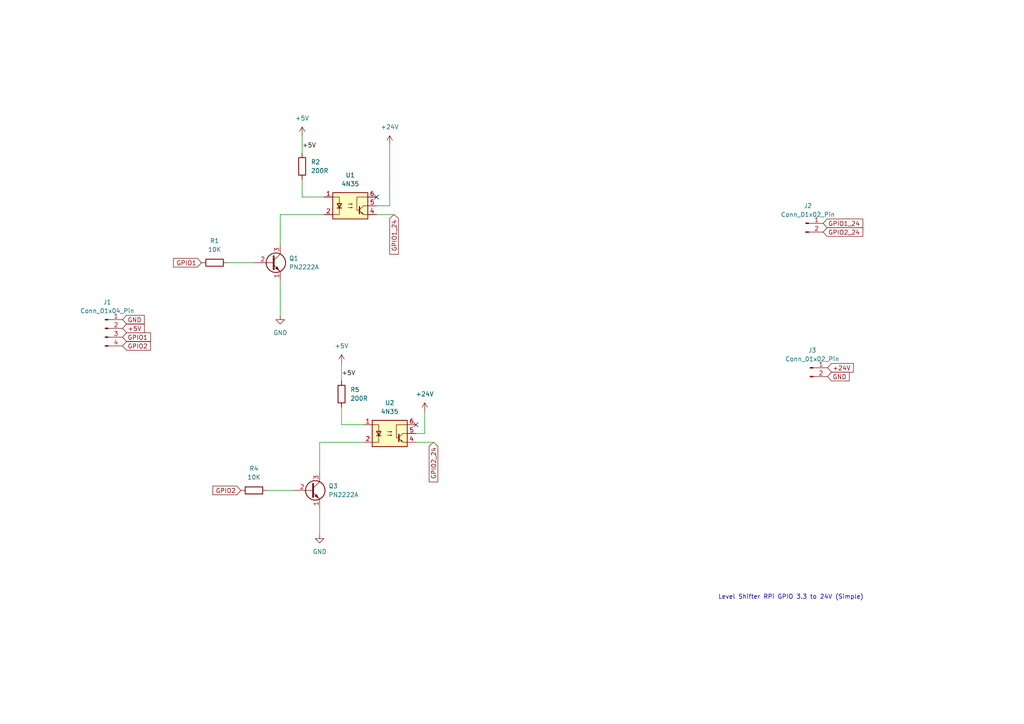
<source format=kicad_sch>
(kicad_sch (version 20230121) (generator eeschema)

  (uuid 493eb3bd-a4a0-4525-890a-520ea5e9c1d9)

  (paper "A4")

  (lib_symbols
    (symbol "Connector:Conn_01x02_Pin" (pin_names (offset 1.016) hide) (in_bom yes) (on_board yes)
      (property "Reference" "J" (at 0 2.54 0)
        (effects (font (size 1.27 1.27)))
      )
      (property "Value" "Conn_01x02_Pin" (at 0 -5.08 0)
        (effects (font (size 1.27 1.27)))
      )
      (property "Footprint" "" (at 0 0 0)
        (effects (font (size 1.27 1.27)) hide)
      )
      (property "Datasheet" "~" (at 0 0 0)
        (effects (font (size 1.27 1.27)) hide)
      )
      (property "ki_locked" "" (at 0 0 0)
        (effects (font (size 1.27 1.27)))
      )
      (property "ki_keywords" "connector" (at 0 0 0)
        (effects (font (size 1.27 1.27)) hide)
      )
      (property "ki_description" "Generic connector, single row, 01x02, script generated" (at 0 0 0)
        (effects (font (size 1.27 1.27)) hide)
      )
      (property "ki_fp_filters" "Connector*:*_1x??_*" (at 0 0 0)
        (effects (font (size 1.27 1.27)) hide)
      )
      (symbol "Conn_01x02_Pin_1_1"
        (polyline
          (pts
            (xy 1.27 -2.54)
            (xy 0.8636 -2.54)
          )
          (stroke (width 0.1524) (type default))
          (fill (type none))
        )
        (polyline
          (pts
            (xy 1.27 0)
            (xy 0.8636 0)
          )
          (stroke (width 0.1524) (type default))
          (fill (type none))
        )
        (rectangle (start 0.8636 -2.413) (end 0 -2.667)
          (stroke (width 0.1524) (type default))
          (fill (type outline))
        )
        (rectangle (start 0.8636 0.127) (end 0 -0.127)
          (stroke (width 0.1524) (type default))
          (fill (type outline))
        )
        (pin passive line (at 5.08 0 180) (length 3.81)
          (name "Pin_1" (effects (font (size 1.27 1.27))))
          (number "1" (effects (font (size 1.27 1.27))))
        )
        (pin passive line (at 5.08 -2.54 180) (length 3.81)
          (name "Pin_2" (effects (font (size 1.27 1.27))))
          (number "2" (effects (font (size 1.27 1.27))))
        )
      )
    )
    (symbol "Connector:Conn_01x04_Pin" (pin_names (offset 1.016) hide) (in_bom yes) (on_board yes)
      (property "Reference" "J" (at 0 5.08 0)
        (effects (font (size 1.27 1.27)))
      )
      (property "Value" "Conn_01x04_Pin" (at 0 -7.62 0)
        (effects (font (size 1.27 1.27)))
      )
      (property "Footprint" "" (at 0 0 0)
        (effects (font (size 1.27 1.27)) hide)
      )
      (property "Datasheet" "~" (at 0 0 0)
        (effects (font (size 1.27 1.27)) hide)
      )
      (property "ki_locked" "" (at 0 0 0)
        (effects (font (size 1.27 1.27)))
      )
      (property "ki_keywords" "connector" (at 0 0 0)
        (effects (font (size 1.27 1.27)) hide)
      )
      (property "ki_description" "Generic connector, single row, 01x04, script generated" (at 0 0 0)
        (effects (font (size 1.27 1.27)) hide)
      )
      (property "ki_fp_filters" "Connector*:*_1x??_*" (at 0 0 0)
        (effects (font (size 1.27 1.27)) hide)
      )
      (symbol "Conn_01x04_Pin_1_1"
        (polyline
          (pts
            (xy 1.27 -5.08)
            (xy 0.8636 -5.08)
          )
          (stroke (width 0.1524) (type default))
          (fill (type none))
        )
        (polyline
          (pts
            (xy 1.27 -2.54)
            (xy 0.8636 -2.54)
          )
          (stroke (width 0.1524) (type default))
          (fill (type none))
        )
        (polyline
          (pts
            (xy 1.27 0)
            (xy 0.8636 0)
          )
          (stroke (width 0.1524) (type default))
          (fill (type none))
        )
        (polyline
          (pts
            (xy 1.27 2.54)
            (xy 0.8636 2.54)
          )
          (stroke (width 0.1524) (type default))
          (fill (type none))
        )
        (rectangle (start 0.8636 -4.953) (end 0 -5.207)
          (stroke (width 0.1524) (type default))
          (fill (type outline))
        )
        (rectangle (start 0.8636 -2.413) (end 0 -2.667)
          (stroke (width 0.1524) (type default))
          (fill (type outline))
        )
        (rectangle (start 0.8636 0.127) (end 0 -0.127)
          (stroke (width 0.1524) (type default))
          (fill (type outline))
        )
        (rectangle (start 0.8636 2.667) (end 0 2.413)
          (stroke (width 0.1524) (type default))
          (fill (type outline))
        )
        (pin passive line (at 5.08 2.54 180) (length 3.81)
          (name "Pin_1" (effects (font (size 1.27 1.27))))
          (number "1" (effects (font (size 1.27 1.27))))
        )
        (pin passive line (at 5.08 0 180) (length 3.81)
          (name "Pin_2" (effects (font (size 1.27 1.27))))
          (number "2" (effects (font (size 1.27 1.27))))
        )
        (pin passive line (at 5.08 -2.54 180) (length 3.81)
          (name "Pin_3" (effects (font (size 1.27 1.27))))
          (number "3" (effects (font (size 1.27 1.27))))
        )
        (pin passive line (at 5.08 -5.08 180) (length 3.81)
          (name "Pin_4" (effects (font (size 1.27 1.27))))
          (number "4" (effects (font (size 1.27 1.27))))
        )
      )
    )
    (symbol "Device:R" (pin_numbers hide) (pin_names (offset 0)) (in_bom yes) (on_board yes)
      (property "Reference" "R" (at 2.032 0 90)
        (effects (font (size 1.27 1.27)))
      )
      (property "Value" "R" (at 0 0 90)
        (effects (font (size 1.27 1.27)))
      )
      (property "Footprint" "" (at -1.778 0 90)
        (effects (font (size 1.27 1.27)) hide)
      )
      (property "Datasheet" "~" (at 0 0 0)
        (effects (font (size 1.27 1.27)) hide)
      )
      (property "ki_keywords" "R res resistor" (at 0 0 0)
        (effects (font (size 1.27 1.27)) hide)
      )
      (property "ki_description" "Resistor" (at 0 0 0)
        (effects (font (size 1.27 1.27)) hide)
      )
      (property "ki_fp_filters" "R_*" (at 0 0 0)
        (effects (font (size 1.27 1.27)) hide)
      )
      (symbol "R_0_1"
        (rectangle (start -1.016 -2.54) (end 1.016 2.54)
          (stroke (width 0.254) (type default))
          (fill (type none))
        )
      )
      (symbol "R_1_1"
        (pin passive line (at 0 3.81 270) (length 1.27)
          (name "~" (effects (font (size 1.27 1.27))))
          (number "1" (effects (font (size 1.27 1.27))))
        )
        (pin passive line (at 0 -3.81 90) (length 1.27)
          (name "~" (effects (font (size 1.27 1.27))))
          (number "2" (effects (font (size 1.27 1.27))))
        )
      )
    )
    (symbol "Isolator:4N35" (pin_names (offset 1.016)) (in_bom yes) (on_board yes)
      (property "Reference" "U" (at -5.08 5.08 0)
        (effects (font (size 1.27 1.27)) (justify left))
      )
      (property "Value" "4N35" (at 0 5.08 0)
        (effects (font (size 1.27 1.27)) (justify left))
      )
      (property "Footprint" "Package_DIP:DIP-6_W7.62mm" (at -5.08 -5.08 0)
        (effects (font (size 1.27 1.27) italic) (justify left) hide)
      )
      (property "Datasheet" "https://www.vishay.com/docs/81181/4n35.pdf" (at 0 0 0)
        (effects (font (size 1.27 1.27)) (justify left) hide)
      )
      (property "ki_keywords" "NPN DC Optocoupler Base Connected" (at 0 0 0)
        (effects (font (size 1.27 1.27)) hide)
      )
      (property "ki_description" "Optocoupler, Phototransistor Output, with Base Connection, Vce 70V, CTR 100%, Viso 5000V, DIP6" (at 0 0 0)
        (effects (font (size 1.27 1.27)) hide)
      )
      (property "ki_fp_filters" "DIP*W7.62mm*" (at 0 0 0)
        (effects (font (size 1.27 1.27)) hide)
      )
      (symbol "4N35_0_1"
        (rectangle (start -5.08 3.81) (end 5.08 -3.81)
          (stroke (width 0.254) (type default))
          (fill (type background))
        )
        (polyline
          (pts
            (xy -3.81 -0.635)
            (xy -2.54 -0.635)
          )
          (stroke (width 0.254) (type default))
          (fill (type none))
        )
        (polyline
          (pts
            (xy 2.667 -1.397)
            (xy 3.81 -2.54)
          )
          (stroke (width 0) (type default))
          (fill (type none))
        )
        (polyline
          (pts
            (xy 2.667 -1.143)
            (xy 3.81 0)
          )
          (stroke (width 0) (type default))
          (fill (type none))
        )
        (polyline
          (pts
            (xy 3.81 -2.54)
            (xy 5.08 -2.54)
          )
          (stroke (width 0) (type default))
          (fill (type none))
        )
        (polyline
          (pts
            (xy 3.81 0)
            (xy 5.08 0)
          )
          (stroke (width 0) (type default))
          (fill (type none))
        )
        (polyline
          (pts
            (xy 2.667 -0.254)
            (xy 2.667 -2.286)
            (xy 2.667 -2.286)
          )
          (stroke (width 0.3556) (type default))
          (fill (type none))
        )
        (polyline
          (pts
            (xy -5.08 -2.54)
            (xy -3.175 -2.54)
            (xy -3.175 2.54)
            (xy -5.08 2.54)
          )
          (stroke (width 0) (type default))
          (fill (type none))
        )
        (polyline
          (pts
            (xy -3.175 -0.635)
            (xy -3.81 0.635)
            (xy -2.54 0.635)
            (xy -3.175 -0.635)
          )
          (stroke (width 0.254) (type default))
          (fill (type none))
        )
        (polyline
          (pts
            (xy 3.683 -2.413)
            (xy 3.429 -1.905)
            (xy 3.175 -2.159)
            (xy 3.683 -2.413)
          )
          (stroke (width 0) (type default))
          (fill (type none))
        )
        (polyline
          (pts
            (xy 5.08 2.54)
            (xy 1.905 2.54)
            (xy 1.905 -1.27)
            (xy 2.54 -1.27)
          )
          (stroke (width 0) (type default))
          (fill (type none))
        )
        (polyline
          (pts
            (xy -0.635 -0.508)
            (xy 0.635 -0.508)
            (xy 0.254 -0.635)
            (xy 0.254 -0.381)
            (xy 0.635 -0.508)
          )
          (stroke (width 0) (type default))
          (fill (type none))
        )
        (polyline
          (pts
            (xy -0.635 0.508)
            (xy 0.635 0.508)
            (xy 0.254 0.381)
            (xy 0.254 0.635)
            (xy 0.635 0.508)
          )
          (stroke (width 0) (type default))
          (fill (type none))
        )
      )
      (symbol "4N35_1_1"
        (pin passive line (at -7.62 2.54 0) (length 2.54)
          (name "~" (effects (font (size 1.27 1.27))))
          (number "1" (effects (font (size 1.27 1.27))))
        )
        (pin passive line (at -7.62 -2.54 0) (length 2.54)
          (name "~" (effects (font (size 1.27 1.27))))
          (number "2" (effects (font (size 1.27 1.27))))
        )
        (pin no_connect line (at -5.08 0 0) (length 2.54) hide
          (name "NC" (effects (font (size 1.27 1.27))))
          (number "3" (effects (font (size 1.27 1.27))))
        )
        (pin passive line (at 7.62 -2.54 180) (length 2.54)
          (name "~" (effects (font (size 1.27 1.27))))
          (number "4" (effects (font (size 1.27 1.27))))
        )
        (pin passive line (at 7.62 0 180) (length 2.54)
          (name "~" (effects (font (size 1.27 1.27))))
          (number "5" (effects (font (size 1.27 1.27))))
        )
        (pin passive line (at 7.62 2.54 180) (length 2.54)
          (name "~" (effects (font (size 1.27 1.27))))
          (number "6" (effects (font (size 1.27 1.27))))
        )
      )
    )
    (symbol "Transistor_BJT:PN2222A" (pin_names (offset 0) hide) (in_bom yes) (on_board yes)
      (property "Reference" "Q" (at 5.08 1.905 0)
        (effects (font (size 1.27 1.27)) (justify left))
      )
      (property "Value" "PN2222A" (at 5.08 0 0)
        (effects (font (size 1.27 1.27)) (justify left))
      )
      (property "Footprint" "Package_TO_SOT_THT:TO-92_Inline" (at 5.08 -1.905 0)
        (effects (font (size 1.27 1.27) italic) (justify left) hide)
      )
      (property "Datasheet" "https://www.onsemi.com/pub/Collateral/PN2222-D.PDF" (at 0 0 0)
        (effects (font (size 1.27 1.27)) (justify left) hide)
      )
      (property "ki_keywords" "NPN Transistor" (at 0 0 0)
        (effects (font (size 1.27 1.27)) hide)
      )
      (property "ki_description" "1A Ic, 40V Vce, NPN Transistor, General Purpose Transistor, TO-92" (at 0 0 0)
        (effects (font (size 1.27 1.27)) hide)
      )
      (property "ki_fp_filters" "TO?92*" (at 0 0 0)
        (effects (font (size 1.27 1.27)) hide)
      )
      (symbol "PN2222A_0_1"
        (polyline
          (pts
            (xy 0 0)
            (xy 0.635 0)
          )
          (stroke (width 0) (type default))
          (fill (type none))
        )
        (polyline
          (pts
            (xy 2.54 -2.54)
            (xy 0.635 -0.635)
          )
          (stroke (width 0) (type default))
          (fill (type none))
        )
        (polyline
          (pts
            (xy 2.54 2.54)
            (xy 0.635 0.635)
          )
          (stroke (width 0) (type default))
          (fill (type none))
        )
        (polyline
          (pts
            (xy 0.635 1.905)
            (xy 0.635 -1.905)
            (xy 0.635 -1.905)
          )
          (stroke (width 0.508) (type default))
          (fill (type none))
        )
        (polyline
          (pts
            (xy 2.413 -2.413)
            (xy 1.905 -1.905)
            (xy 1.905 -1.905)
          )
          (stroke (width 0) (type default))
          (fill (type none))
        )
        (polyline
          (pts
            (xy 1.143 -1.651)
            (xy 1.651 -1.143)
            (xy 2.159 -2.159)
            (xy 1.143 -1.651)
            (xy 1.143 -1.651)
          )
          (stroke (width 0) (type default))
          (fill (type outline))
        )
        (circle (center 1.27 0) (radius 2.8194)
          (stroke (width 0.254) (type default))
          (fill (type none))
        )
      )
      (symbol "PN2222A_1_1"
        (pin passive line (at 2.54 -5.08 90) (length 2.54)
          (name "E" (effects (font (size 1.27 1.27))))
          (number "1" (effects (font (size 1.27 1.27))))
        )
        (pin input line (at -5.08 0 0) (length 5.08)
          (name "B" (effects (font (size 1.27 1.27))))
          (number "2" (effects (font (size 1.27 1.27))))
        )
        (pin passive line (at 2.54 5.08 270) (length 2.54)
          (name "C" (effects (font (size 1.27 1.27))))
          (number "3" (effects (font (size 1.27 1.27))))
        )
      )
    )
    (symbol "power:+24V" (power) (pin_names (offset 0)) (in_bom yes) (on_board yes)
      (property "Reference" "#PWR" (at 0 -3.81 0)
        (effects (font (size 1.27 1.27)) hide)
      )
      (property "Value" "+24V" (at 0 3.556 0)
        (effects (font (size 1.27 1.27)))
      )
      (property "Footprint" "" (at 0 0 0)
        (effects (font (size 1.27 1.27)) hide)
      )
      (property "Datasheet" "" (at 0 0 0)
        (effects (font (size 1.27 1.27)) hide)
      )
      (property "ki_keywords" "global power" (at 0 0 0)
        (effects (font (size 1.27 1.27)) hide)
      )
      (property "ki_description" "Power symbol creates a global label with name \"+24V\"" (at 0 0 0)
        (effects (font (size 1.27 1.27)) hide)
      )
      (symbol "+24V_0_1"
        (polyline
          (pts
            (xy -0.762 1.27)
            (xy 0 2.54)
          )
          (stroke (width 0) (type default))
          (fill (type none))
        )
        (polyline
          (pts
            (xy 0 0)
            (xy 0 2.54)
          )
          (stroke (width 0) (type default))
          (fill (type none))
        )
        (polyline
          (pts
            (xy 0 2.54)
            (xy 0.762 1.27)
          )
          (stroke (width 0) (type default))
          (fill (type none))
        )
      )
      (symbol "+24V_1_1"
        (pin power_in line (at 0 0 90) (length 0) hide
          (name "+24V" (effects (font (size 1.27 1.27))))
          (number "1" (effects (font (size 1.27 1.27))))
        )
      )
    )
    (symbol "power:+5V" (power) (pin_names (offset 0)) (in_bom yes) (on_board yes)
      (property "Reference" "#PWR" (at 0 -3.81 0)
        (effects (font (size 1.27 1.27)) hide)
      )
      (property "Value" "+5V" (at 0 3.556 0)
        (effects (font (size 1.27 1.27)))
      )
      (property "Footprint" "" (at 0 0 0)
        (effects (font (size 1.27 1.27)) hide)
      )
      (property "Datasheet" "" (at 0 0 0)
        (effects (font (size 1.27 1.27)) hide)
      )
      (property "ki_keywords" "global power" (at 0 0 0)
        (effects (font (size 1.27 1.27)) hide)
      )
      (property "ki_description" "Power symbol creates a global label with name \"+5V\"" (at 0 0 0)
        (effects (font (size 1.27 1.27)) hide)
      )
      (symbol "+5V_0_1"
        (polyline
          (pts
            (xy -0.762 1.27)
            (xy 0 2.54)
          )
          (stroke (width 0) (type default))
          (fill (type none))
        )
        (polyline
          (pts
            (xy 0 0)
            (xy 0 2.54)
          )
          (stroke (width 0) (type default))
          (fill (type none))
        )
        (polyline
          (pts
            (xy 0 2.54)
            (xy 0.762 1.27)
          )
          (stroke (width 0) (type default))
          (fill (type none))
        )
      )
      (symbol "+5V_1_1"
        (pin power_in line (at 0 0 90) (length 0) hide
          (name "+5V" (effects (font (size 1.27 1.27))))
          (number "1" (effects (font (size 1.27 1.27))))
        )
      )
    )
    (symbol "power:GND" (power) (pin_names (offset 0)) (in_bom yes) (on_board yes)
      (property "Reference" "#PWR" (at 0 -6.35 0)
        (effects (font (size 1.27 1.27)) hide)
      )
      (property "Value" "GND" (at 0 -3.81 0)
        (effects (font (size 1.27 1.27)))
      )
      (property "Footprint" "" (at 0 0 0)
        (effects (font (size 1.27 1.27)) hide)
      )
      (property "Datasheet" "" (at 0 0 0)
        (effects (font (size 1.27 1.27)) hide)
      )
      (property "ki_keywords" "global power" (at 0 0 0)
        (effects (font (size 1.27 1.27)) hide)
      )
      (property "ki_description" "Power symbol creates a global label with name \"GND\" , ground" (at 0 0 0)
        (effects (font (size 1.27 1.27)) hide)
      )
      (symbol "GND_0_1"
        (polyline
          (pts
            (xy 0 0)
            (xy 0 -1.27)
            (xy 1.27 -1.27)
            (xy 0 -2.54)
            (xy -1.27 -1.27)
            (xy 0 -1.27)
          )
          (stroke (width 0) (type default))
          (fill (type none))
        )
      )
      (symbol "GND_1_1"
        (pin power_in line (at 0 0 270) (length 0) hide
          (name "GND" (effects (font (size 1.27 1.27))))
          (number "1" (effects (font (size 1.27 1.27))))
        )
      )
    )
  )


  (no_connect (at 120.65 123.19) (uuid 634a1855-b8bd-45a0-bb5a-7bb060128892))
  (no_connect (at 109.22 57.15) (uuid e9d2dcef-f77b-4b10-b635-91e99ab698de))

  (wire (pts (xy 120.65 125.73) (xy 123.19 125.73))
    (stroke (width 0) (type default))
    (uuid 004e6996-7bb2-4258-882d-769ae8b5c8c4)
  )
  (wire (pts (xy 99.06 118.11) (xy 99.06 123.19))
    (stroke (width 0) (type default))
    (uuid 0327420f-17f2-4c70-a2e4-2ec0f7715cb2)
  )
  (wire (pts (xy 87.63 52.07) (xy 87.63 57.15))
    (stroke (width 0) (type default))
    (uuid 0ca534a1-1f32-4842-8d2f-06e91f40cc3e)
  )
  (wire (pts (xy 92.71 147.32) (xy 92.71 154.94))
    (stroke (width 0) (type default))
    (uuid 1e66a154-5b40-4869-95a0-2641b70342c5)
  )
  (wire (pts (xy 81.28 81.28) (xy 81.28 91.44))
    (stroke (width 0) (type default))
    (uuid 21e2703f-bfa7-4ac7-a10f-bc5fe2303b42)
  )
  (wire (pts (xy 92.71 128.27) (xy 92.71 137.16))
    (stroke (width 0) (type default))
    (uuid 25e205ce-0a34-41fa-bb8e-962d493b4e75)
  )
  (wire (pts (xy 125.73 128.27) (xy 120.65 128.27))
    (stroke (width 0) (type default))
    (uuid 3b52216a-e4d6-43e2-94d8-f73dea878cd9)
  )
  (wire (pts (xy 93.98 62.23) (xy 81.28 62.23))
    (stroke (width 0) (type default))
    (uuid 410531fd-3fe6-4ab2-8a59-ff99754f3ca6)
  )
  (wire (pts (xy 113.03 41.91) (xy 113.03 59.69))
    (stroke (width 0) (type default))
    (uuid 54bac07d-3a82-41dd-a4ff-2a1a50f912c2)
  )
  (wire (pts (xy 105.41 128.27) (xy 92.71 128.27))
    (stroke (width 0) (type default))
    (uuid 6d98bdd0-38ae-4929-801a-9b25a04d4ce4)
  )
  (wire (pts (xy 114.3 62.23) (xy 109.22 62.23))
    (stroke (width 0) (type default))
    (uuid 7f76e1a9-042a-424f-bfd3-a56861d5e6d2)
  )
  (wire (pts (xy 87.63 39.37) (xy 87.63 44.45))
    (stroke (width 0) (type default))
    (uuid 8b9da919-e63f-4a94-af5c-f50521d928b2)
  )
  (wire (pts (xy 81.28 62.23) (xy 81.28 71.12))
    (stroke (width 0) (type default))
    (uuid 9b906aa9-6129-4bbd-91de-805973f4479c)
  )
  (wire (pts (xy 99.06 105.41) (xy 99.06 110.49))
    (stroke (width 0) (type default))
    (uuid 9dd81238-5221-45f6-9051-7d8db2defb20)
  )
  (wire (pts (xy 77.47 142.24) (xy 85.09 142.24))
    (stroke (width 0) (type default))
    (uuid b5eca458-1a3f-43ce-ada9-616c89292d09)
  )
  (wire (pts (xy 66.04 76.2) (xy 73.66 76.2))
    (stroke (width 0) (type default))
    (uuid ba9c46b6-0ab1-45fa-9547-7f2a170fad83)
  )
  (wire (pts (xy 93.98 57.15) (xy 87.63 57.15))
    (stroke (width 0) (type default))
    (uuid dcb61a6b-1ed3-44f1-9812-4734a3dcbb2f)
  )
  (wire (pts (xy 105.41 123.19) (xy 99.06 123.19))
    (stroke (width 0) (type default))
    (uuid df30e0ed-b2c7-4468-b333-04394a8cc7c7)
  )
  (wire (pts (xy 109.22 59.69) (xy 113.03 59.69))
    (stroke (width 0) (type default))
    (uuid e2cb8f10-8b70-4e13-bd31-0e189e7190c4)
  )
  (wire (pts (xy 123.19 119.38) (xy 123.19 125.73))
    (stroke (width 0) (type default))
    (uuid e3986c7f-0800-4d38-a26b-f844ce7b7ecf)
  )

  (text "Level Shifter RPi GPIO 3.3 to 24V (Simple)" (at 208.28 173.99 0)
    (effects (font (size 1.27 1.27)) (justify left bottom))
    (uuid ef03c14a-9dca-4303-ab63-f2811ff6ea32)
  )

  (label "+5V" (at 99.06 109.22 0) (fields_autoplaced)
    (effects (font (size 1.27 1.27)) (justify left bottom))
    (uuid 49e57165-0a44-4164-98de-b6dd2d19121c)
  )
  (label "+5V" (at 87.63 43.18 0) (fields_autoplaced)
    (effects (font (size 1.27 1.27)) (justify left bottom))
    (uuid 98d25277-0edf-40b1-a499-3f01d8c51e5e)
  )

  (global_label "GND" (shape input) (at 35.56 92.71 0) (fields_autoplaced)
    (effects (font (size 1.27 1.27)) (justify left))
    (uuid 1bccbb0d-e730-4cf5-8e87-e6c5d0d3a119)
    (property "Intersheetrefs" "${INTERSHEET_REFS}" (at 42.4157 92.71 0)
      (effects (font (size 1.27 1.27)) (justify left) hide)
    )
  )
  (global_label "GPIO2_24" (shape input) (at 238.76 67.31 0) (fields_autoplaced)
    (effects (font (size 1.27 1.27)) (justify left))
    (uuid 24d77732-462a-46ac-8cbf-53fd5602504e)
    (property "Intersheetrefs" "${INTERSHEET_REFS}" (at 250.8166 67.31 0)
      (effects (font (size 1.27 1.27)) (justify left) hide)
    )
  )
  (global_label "GPIO1_24" (shape input) (at 238.76 64.77 0) (fields_autoplaced)
    (effects (font (size 1.27 1.27)) (justify left))
    (uuid 343dfc14-a11d-4e66-9d8d-67238069a0ce)
    (property "Intersheetrefs" "${INTERSHEET_REFS}" (at 250.8166 64.77 0)
      (effects (font (size 1.27 1.27)) (justify left) hide)
    )
  )
  (global_label "GPIO2" (shape input) (at 35.56 100.33 0) (fields_autoplaced)
    (effects (font (size 1.27 1.27)) (justify left))
    (uuid 40de6836-323f-43d4-a5f3-fc95bd42a0f1)
    (property "Intersheetrefs" "${INTERSHEET_REFS}" (at 44.23 100.33 0)
      (effects (font (size 1.27 1.27)) (justify left) hide)
    )
  )
  (global_label "GND" (shape input) (at 240.03 109.22 0) (fields_autoplaced)
    (effects (font (size 1.27 1.27)) (justify left))
    (uuid 6de65c33-61d6-445c-a8f1-9bd3888d9424)
    (property "Intersheetrefs" "${INTERSHEET_REFS}" (at 246.8857 109.22 0)
      (effects (font (size 1.27 1.27)) (justify left) hide)
    )
  )
  (global_label "+5V" (shape input) (at 35.56 95.25 0) (fields_autoplaced)
    (effects (font (size 1.27 1.27)) (justify left))
    (uuid 71569abf-6994-40aa-9435-f934986f774f)
    (property "Intersheetrefs" "${INTERSHEET_REFS}" (at 42.4157 95.25 0)
      (effects (font (size 1.27 1.27)) (justify left) hide)
    )
  )
  (global_label "GPIO1" (shape input) (at 35.56 97.79 0) (fields_autoplaced)
    (effects (font (size 1.27 1.27)) (justify left))
    (uuid b22633f5-5d13-47a7-a19b-85d0f47fbeff)
    (property "Intersheetrefs" "${INTERSHEET_REFS}" (at 44.23 97.79 0)
      (effects (font (size 1.27 1.27)) (justify left) hide)
    )
  )
  (global_label "GPIO1_24" (shape input) (at 114.3 62.23 270) (fields_autoplaced)
    (effects (font (size 1.27 1.27)) (justify right))
    (uuid b2761403-f8b5-4a75-bb08-14d977f8b955)
    (property "Intersheetrefs" "${INTERSHEET_REFS}" (at 114.3 74.2866 90)
      (effects (font (size 1.27 1.27)) (justify right) hide)
    )
  )
  (global_label "GPIO2_24" (shape input) (at 125.73 128.27 270) (fields_autoplaced)
    (effects (font (size 1.27 1.27)) (justify right))
    (uuid d9f9df77-a320-4723-bf4e-d70897f2831c)
    (property "Intersheetrefs" "${INTERSHEET_REFS}" (at 125.73 140.3266 90)
      (effects (font (size 1.27 1.27)) (justify right) hide)
    )
  )
  (global_label "+24V" (shape input) (at 240.03 106.68 0) (fields_autoplaced)
    (effects (font (size 1.27 1.27)) (justify left))
    (uuid dd5587a4-49df-4997-8dd0-a258944c3f3f)
    (property "Intersheetrefs" "${INTERSHEET_REFS}" (at 248.0952 106.68 0)
      (effects (font (size 1.27 1.27)) (justify left) hide)
    )
  )
  (global_label "GPIO1" (shape input) (at 58.42 76.2 180) (fields_autoplaced)
    (effects (font (size 1.27 1.27)) (justify right))
    (uuid e50d0b47-c04e-47a8-b783-8a922bcf1eed)
    (property "Intersheetrefs" "${INTERSHEET_REFS}" (at 49.75 76.2 0)
      (effects (font (size 1.27 1.27)) (justify right) hide)
    )
  )
  (global_label "GPIO2" (shape input) (at 69.85 142.24 180) (fields_autoplaced)
    (effects (font (size 1.27 1.27)) (justify right))
    (uuid f91e11e8-9cd0-42a9-ad42-6fe8358d5006)
    (property "Intersheetrefs" "${INTERSHEET_REFS}" (at 61.18 142.24 0)
      (effects (font (size 1.27 1.27)) (justify right) hide)
    )
  )

  (symbol (lib_id "Isolator:4N35") (at 101.6 59.69 0) (unit 1)
    (in_bom yes) (on_board yes) (dnp no) (fields_autoplaced)
    (uuid 0ea24399-49b7-42f3-a2b3-a04df852e859)
    (property "Reference" "U1" (at 101.6 50.8 0)
      (effects (font (size 1.27 1.27)))
    )
    (property "Value" "4N35" (at 101.6 53.34 0)
      (effects (font (size 1.27 1.27)))
    )
    (property "Footprint" "Package_DIP:DIP-6_W7.62mm" (at 96.52 64.77 0)
      (effects (font (size 1.27 1.27) italic) (justify left) hide)
    )
    (property "Datasheet" "https://www.vishay.com/docs/81181/4n35.pdf" (at 101.6 59.69 0)
      (effects (font (size 1.27 1.27)) (justify left) hide)
    )
    (pin "5" (uuid 020b0b5c-7ec8-420b-81c2-40f93e3a259d))
    (pin "2" (uuid fbb70065-e47e-40e9-b5c1-692503d4fcb8))
    (pin "1" (uuid 9cc66886-5d8f-44e9-9adf-6476fdcb3dc0))
    (pin "3" (uuid 5be52365-3284-46d3-864f-4ac3c6f28d39))
    (pin "6" (uuid 3472df4d-1682-4d7a-94d8-5e33f6de3fcf))
    (pin "4" (uuid 1d853aca-70d6-4564-8547-8a90c8fcbcc8))
    (instances
      (project "gripper"
        (path "/493eb3bd-a4a0-4525-890a-520ea5e9c1d9"
          (reference "U1") (unit 1)
        )
      )
    )
  )

  (symbol (lib_id "Device:R") (at 99.06 114.3 180) (unit 1)
    (in_bom yes) (on_board yes) (dnp no) (fields_autoplaced)
    (uuid 1d17d762-b61e-4f2e-af99-b2650a5fccc0)
    (property "Reference" "R5" (at 101.6 113.03 0)
      (effects (font (size 1.27 1.27)) (justify right))
    )
    (property "Value" "200R" (at 101.6 115.57 0)
      (effects (font (size 1.27 1.27)) (justify right))
    )
    (property "Footprint" "" (at 100.838 114.3 90)
      (effects (font (size 1.27 1.27)) hide)
    )
    (property "Datasheet" "~" (at 99.06 114.3 0)
      (effects (font (size 1.27 1.27)) hide)
    )
    (pin "1" (uuid fe8ed1d9-952a-495c-9097-5887d9dd0fe5))
    (pin "2" (uuid ab8607b2-6c60-4dce-9ae4-0409a2dd1f9e))
    (instances
      (project "gripper"
        (path "/493eb3bd-a4a0-4525-890a-520ea5e9c1d9"
          (reference "R5") (unit 1)
        )
      )
    )
  )

  (symbol (lib_id "power:+24V") (at 123.19 119.38 0) (unit 1)
    (in_bom yes) (on_board yes) (dnp no) (fields_autoplaced)
    (uuid 2bb518e2-8f31-49dd-a698-ad7ea3a98d57)
    (property "Reference" "#PWR012" (at 123.19 123.19 0)
      (effects (font (size 1.27 1.27)) hide)
    )
    (property "Value" "+24V" (at 123.19 114.3 0)
      (effects (font (size 1.27 1.27)))
    )
    (property "Footprint" "" (at 123.19 119.38 0)
      (effects (font (size 1.27 1.27)) hide)
    )
    (property "Datasheet" "" (at 123.19 119.38 0)
      (effects (font (size 1.27 1.27)) hide)
    )
    (pin "1" (uuid 95d3c885-0e9e-4ea8-9f91-b1d264b7f4a8))
    (instances
      (project "gripper"
        (path "/493eb3bd-a4a0-4525-890a-520ea5e9c1d9"
          (reference "#PWR012") (unit 1)
        )
      )
    )
  )

  (symbol (lib_id "Device:R") (at 62.23 76.2 90) (unit 1)
    (in_bom yes) (on_board yes) (dnp no) (fields_autoplaced)
    (uuid 36cc0b8c-d961-4426-bf93-af402c566f98)
    (property "Reference" "R1" (at 62.23 69.85 90)
      (effects (font (size 1.27 1.27)))
    )
    (property "Value" "10K" (at 62.23 72.39 90)
      (effects (font (size 1.27 1.27)))
    )
    (property "Footprint" "" (at 62.23 77.978 90)
      (effects (font (size 1.27 1.27)) hide)
    )
    (property "Datasheet" "~" (at 62.23 76.2 0)
      (effects (font (size 1.27 1.27)) hide)
    )
    (pin "1" (uuid bbf3db25-dc81-4703-8fa0-9b3f639e3122))
    (pin "2" (uuid 6492fdf7-a39e-4dd3-9cb0-9947697d7027))
    (instances
      (project "gripper"
        (path "/493eb3bd-a4a0-4525-890a-520ea5e9c1d9"
          (reference "R1") (unit 1)
        )
      )
    )
  )

  (symbol (lib_id "power:+24V") (at 113.03 41.91 0) (unit 1)
    (in_bom yes) (on_board yes) (dnp no) (fields_autoplaced)
    (uuid 37d0b6e1-8530-4e68-a0a3-552779c62f58)
    (property "Reference" "#PWR02" (at 113.03 45.72 0)
      (effects (font (size 1.27 1.27)) hide)
    )
    (property "Value" "+24V" (at 113.03 36.83 0)
      (effects (font (size 1.27 1.27)))
    )
    (property "Footprint" "" (at 113.03 41.91 0)
      (effects (font (size 1.27 1.27)) hide)
    )
    (property "Datasheet" "" (at 113.03 41.91 0)
      (effects (font (size 1.27 1.27)) hide)
    )
    (pin "1" (uuid 8ac0940d-fb05-47df-a62a-68d4caadf49d))
    (instances
      (project "gripper"
        (path "/493eb3bd-a4a0-4525-890a-520ea5e9c1d9"
          (reference "#PWR02") (unit 1)
        )
      )
    )
  )

  (symbol (lib_id "power:+5V") (at 99.06 105.41 0) (unit 1)
    (in_bom yes) (on_board yes) (dnp no) (fields_autoplaced)
    (uuid 3b0e5463-f7bd-4752-812c-b16728398137)
    (property "Reference" "#PWR08" (at 99.06 109.22 0)
      (effects (font (size 1.27 1.27)) hide)
    )
    (property "Value" "+5V" (at 99.06 100.33 0)
      (effects (font (size 1.27 1.27)))
    )
    (property "Footprint" "" (at 99.06 105.41 0)
      (effects (font (size 1.27 1.27)) hide)
    )
    (property "Datasheet" "" (at 99.06 105.41 0)
      (effects (font (size 1.27 1.27)) hide)
    )
    (pin "1" (uuid 807d0b57-f481-40d2-8cc5-34bb236e64bc))
    (instances
      (project "gripper"
        (path "/493eb3bd-a4a0-4525-890a-520ea5e9c1d9"
          (reference "#PWR08") (unit 1)
        )
      )
    )
  )

  (symbol (lib_id "power:GND") (at 92.71 154.94 0) (unit 1)
    (in_bom yes) (on_board yes) (dnp no) (fields_autoplaced)
    (uuid 51080c93-ba08-4617-a565-83cae530f40a)
    (property "Reference" "#PWR07" (at 92.71 161.29 0)
      (effects (font (size 1.27 1.27)) hide)
    )
    (property "Value" "GND" (at 92.71 160.02 0)
      (effects (font (size 1.27 1.27)))
    )
    (property "Footprint" "" (at 92.71 154.94 0)
      (effects (font (size 1.27 1.27)) hide)
    )
    (property "Datasheet" "" (at 92.71 154.94 0)
      (effects (font (size 1.27 1.27)) hide)
    )
    (pin "1" (uuid 8df3e5cc-38e6-4f47-9632-75403273616b))
    (instances
      (project "gripper"
        (path "/493eb3bd-a4a0-4525-890a-520ea5e9c1d9"
          (reference "#PWR07") (unit 1)
        )
      )
    )
  )

  (symbol (lib_id "Connector:Conn_01x02_Pin") (at 233.68 64.77 0) (unit 1)
    (in_bom yes) (on_board yes) (dnp no) (fields_autoplaced)
    (uuid 52be46fe-90d5-41bd-a529-61b64faec041)
    (property "Reference" "J2" (at 234.315 59.69 0)
      (effects (font (size 1.27 1.27)))
    )
    (property "Value" "Conn_01x02_Pin" (at 234.315 62.23 0)
      (effects (font (size 1.27 1.27)))
    )
    (property "Footprint" "" (at 233.68 64.77 0)
      (effects (font (size 1.27 1.27)) hide)
    )
    (property "Datasheet" "~" (at 233.68 64.77 0)
      (effects (font (size 1.27 1.27)) hide)
    )
    (pin "2" (uuid 7e0b5914-1a54-4ec2-9cc0-7e6727409e7f))
    (pin "1" (uuid 95517337-51fc-4413-8ce3-b6ca21fdd6c6))
    (instances
      (project "gripper"
        (path "/493eb3bd-a4a0-4525-890a-520ea5e9c1d9"
          (reference "J2") (unit 1)
        )
      )
    )
  )

  (symbol (lib_id "Connector:Conn_01x02_Pin") (at 234.95 106.68 0) (unit 1)
    (in_bom yes) (on_board yes) (dnp no) (fields_autoplaced)
    (uuid 57c6eed1-c3ee-4b51-9af1-e4ac18b0f0d9)
    (property "Reference" "J3" (at 235.585 101.6 0)
      (effects (font (size 1.27 1.27)))
    )
    (property "Value" "Conn_01x02_Pin" (at 235.585 104.14 0)
      (effects (font (size 1.27 1.27)))
    )
    (property "Footprint" "" (at 234.95 106.68 0)
      (effects (font (size 1.27 1.27)) hide)
    )
    (property "Datasheet" "~" (at 234.95 106.68 0)
      (effects (font (size 1.27 1.27)) hide)
    )
    (pin "2" (uuid d1ee5bf4-3a07-44ec-a489-2e250e6f31e2))
    (pin "1" (uuid 700372f0-da16-4d62-99cf-83e4254addf5))
    (instances
      (project "gripper"
        (path "/493eb3bd-a4a0-4525-890a-520ea5e9c1d9"
          (reference "J3") (unit 1)
        )
      )
    )
  )

  (symbol (lib_id "Device:R") (at 73.66 142.24 90) (unit 1)
    (in_bom yes) (on_board yes) (dnp no) (fields_autoplaced)
    (uuid 60854472-025a-4833-a790-4ec0e8bf2487)
    (property "Reference" "R4" (at 73.66 135.89 90)
      (effects (font (size 1.27 1.27)))
    )
    (property "Value" "10K" (at 73.66 138.43 90)
      (effects (font (size 1.27 1.27)))
    )
    (property "Footprint" "" (at 73.66 144.018 90)
      (effects (font (size 1.27 1.27)) hide)
    )
    (property "Datasheet" "~" (at 73.66 142.24 0)
      (effects (font (size 1.27 1.27)) hide)
    )
    (pin "1" (uuid d81284d2-4cbc-458e-866d-872a8ebfb464))
    (pin "2" (uuid ba93f41b-d5e8-44c4-abe3-c7b6fc86d096))
    (instances
      (project "gripper"
        (path "/493eb3bd-a4a0-4525-890a-520ea5e9c1d9"
          (reference "R4") (unit 1)
        )
      )
    )
  )

  (symbol (lib_id "Device:R") (at 87.63 48.26 180) (unit 1)
    (in_bom yes) (on_board yes) (dnp no) (fields_autoplaced)
    (uuid 702ed77d-eb61-447d-8a8d-52e2f48cc560)
    (property "Reference" "R2" (at 90.17 46.99 0)
      (effects (font (size 1.27 1.27)) (justify right))
    )
    (property "Value" "200R" (at 90.17 49.53 0)
      (effects (font (size 1.27 1.27)) (justify right))
    )
    (property "Footprint" "" (at 89.408 48.26 90)
      (effects (font (size 1.27 1.27)) hide)
    )
    (property "Datasheet" "~" (at 87.63 48.26 0)
      (effects (font (size 1.27 1.27)) hide)
    )
    (pin "1" (uuid a6970952-5969-430b-aee3-e476f40afff0))
    (pin "2" (uuid fbd31486-1023-4bed-bdfd-5028eb436d79))
    (instances
      (project "gripper"
        (path "/493eb3bd-a4a0-4525-890a-520ea5e9c1d9"
          (reference "R2") (unit 1)
        )
      )
    )
  )

  (symbol (lib_id "Transistor_BJT:PN2222A") (at 90.17 142.24 0) (unit 1)
    (in_bom yes) (on_board yes) (dnp no) (fields_autoplaced)
    (uuid 779bb0ba-9884-4a8c-9cfe-fa13ff0d16c9)
    (property "Reference" "Q3" (at 95.25 140.97 0)
      (effects (font (size 1.27 1.27)) (justify left))
    )
    (property "Value" "PN2222A" (at 95.25 143.51 0)
      (effects (font (size 1.27 1.27)) (justify left))
    )
    (property "Footprint" "Package_TO_SOT_THT:TO-92_Inline" (at 95.25 144.145 0)
      (effects (font (size 1.27 1.27) italic) (justify left) hide)
    )
    (property "Datasheet" "https://www.onsemi.com/pub/Collateral/PN2222-D.PDF" (at 90.17 142.24 0)
      (effects (font (size 1.27 1.27)) (justify left) hide)
    )
    (pin "3" (uuid 81c2f8ae-f6f2-4978-b381-1ad6d6c2a268))
    (pin "1" (uuid 04b0eaa5-fcf3-4695-b062-d58e73c5f257))
    (pin "2" (uuid 6ce515aa-1739-4295-80b9-069e588ffc81))
    (instances
      (project "gripper"
        (path "/493eb3bd-a4a0-4525-890a-520ea5e9c1d9"
          (reference "Q3") (unit 1)
        )
      )
    )
  )

  (symbol (lib_id "Connector:Conn_01x04_Pin") (at 30.48 95.25 0) (unit 1)
    (in_bom yes) (on_board yes) (dnp no) (fields_autoplaced)
    (uuid 796be4be-9fa3-4a9f-95a1-376d72e48b5f)
    (property "Reference" "J1" (at 31.115 87.63 0)
      (effects (font (size 1.27 1.27)))
    )
    (property "Value" "Conn_01x04_Pin" (at 31.115 90.17 0)
      (effects (font (size 1.27 1.27)))
    )
    (property "Footprint" "" (at 30.48 95.25 0)
      (effects (font (size 1.27 1.27)) hide)
    )
    (property "Datasheet" "~" (at 30.48 95.25 0)
      (effects (font (size 1.27 1.27)) hide)
    )
    (pin "4" (uuid a5fc6cfe-3527-4b87-a86e-04f991381f21))
    (pin "3" (uuid 8c5509fd-ef3c-47ff-a4d9-87f0e32663ab))
    (pin "1" (uuid ce767704-59e9-46c7-a335-7baf0874ece8))
    (pin "2" (uuid 6ecf22bc-faa6-4d1c-a748-8fbf2669ae35))
    (instances
      (project "gripper"
        (path "/493eb3bd-a4a0-4525-890a-520ea5e9c1d9"
          (reference "J1") (unit 1)
        )
      )
    )
  )

  (symbol (lib_id "power:GND") (at 81.28 91.44 0) (unit 1)
    (in_bom yes) (on_board yes) (dnp no) (fields_autoplaced)
    (uuid 7ebd159d-e43b-4d02-8506-9043c23e77c0)
    (property "Reference" "#PWR05" (at 81.28 97.79 0)
      (effects (font (size 1.27 1.27)) hide)
    )
    (property "Value" "GND" (at 81.28 96.52 0)
      (effects (font (size 1.27 1.27)))
    )
    (property "Footprint" "" (at 81.28 91.44 0)
      (effects (font (size 1.27 1.27)) hide)
    )
    (property "Datasheet" "" (at 81.28 91.44 0)
      (effects (font (size 1.27 1.27)) hide)
    )
    (pin "1" (uuid 19bbf431-cc57-4aa1-bff5-afd1f2dcf4b4))
    (instances
      (project "gripper"
        (path "/493eb3bd-a4a0-4525-890a-520ea5e9c1d9"
          (reference "#PWR05") (unit 1)
        )
      )
    )
  )

  (symbol (lib_id "Transistor_BJT:PN2222A") (at 78.74 76.2 0) (unit 1)
    (in_bom yes) (on_board yes) (dnp no) (fields_autoplaced)
    (uuid 89c7c507-5734-4853-9966-a428f670d958)
    (property "Reference" "Q1" (at 83.82 74.93 0)
      (effects (font (size 1.27 1.27)) (justify left))
    )
    (property "Value" "PN2222A" (at 83.82 77.47 0)
      (effects (font (size 1.27 1.27)) (justify left))
    )
    (property "Footprint" "Package_TO_SOT_THT:TO-92_Inline" (at 83.82 78.105 0)
      (effects (font (size 1.27 1.27) italic) (justify left) hide)
    )
    (property "Datasheet" "https://www.onsemi.com/pub/Collateral/PN2222-D.PDF" (at 78.74 76.2 0)
      (effects (font (size 1.27 1.27)) (justify left) hide)
    )
    (pin "3" (uuid 224e5213-209a-4909-9e11-8619366675b0))
    (pin "1" (uuid 778f95b1-4a7c-4bbe-aa10-aa0c39ad1c6a))
    (pin "2" (uuid 94e10253-cab6-44b9-bc44-ff50b5d9bfa3))
    (instances
      (project "gripper"
        (path "/493eb3bd-a4a0-4525-890a-520ea5e9c1d9"
          (reference "Q1") (unit 1)
        )
      )
    )
  )

  (symbol (lib_id "power:+5V") (at 87.63 39.37 0) (unit 1)
    (in_bom yes) (on_board yes) (dnp no) (fields_autoplaced)
    (uuid b373f2d9-401c-427b-97e0-9fba47d7741d)
    (property "Reference" "#PWR01" (at 87.63 43.18 0)
      (effects (font (size 1.27 1.27)) hide)
    )
    (property "Value" "+5V" (at 87.63 34.29 0)
      (effects (font (size 1.27 1.27)))
    )
    (property "Footprint" "" (at 87.63 39.37 0)
      (effects (font (size 1.27 1.27)) hide)
    )
    (property "Datasheet" "" (at 87.63 39.37 0)
      (effects (font (size 1.27 1.27)) hide)
    )
    (pin "1" (uuid 13599abe-7e6d-4735-a598-1e2b415a85fa))
    (instances
      (project "gripper"
        (path "/493eb3bd-a4a0-4525-890a-520ea5e9c1d9"
          (reference "#PWR01") (unit 1)
        )
      )
    )
  )

  (symbol (lib_id "Isolator:4N35") (at 113.03 125.73 0) (unit 1)
    (in_bom yes) (on_board yes) (dnp no) (fields_autoplaced)
    (uuid e6c58f65-2343-42da-a3d9-b35879057776)
    (property "Reference" "U2" (at 113.03 116.84 0)
      (effects (font (size 1.27 1.27)))
    )
    (property "Value" "4N35" (at 113.03 119.38 0)
      (effects (font (size 1.27 1.27)))
    )
    (property "Footprint" "Package_DIP:DIP-6_W7.62mm" (at 107.95 130.81 0)
      (effects (font (size 1.27 1.27) italic) (justify left) hide)
    )
    (property "Datasheet" "https://www.vishay.com/docs/81181/4n35.pdf" (at 113.03 125.73 0)
      (effects (font (size 1.27 1.27)) (justify left) hide)
    )
    (pin "5" (uuid 259c3269-19c8-44a0-af7f-881164ab973a))
    (pin "2" (uuid cf3a3ea3-0f8b-4347-af19-4eba712a4e74))
    (pin "1" (uuid cf0a662e-82ad-496c-854e-065faa1613e5))
    (pin "3" (uuid 4c380073-1194-4c02-880b-0b418d81eeda))
    (pin "6" (uuid 91b80dcd-3f34-4078-9b93-6bc6bc17799c))
    (pin "4" (uuid 9d730f84-7a92-416f-87b7-e8c8a60d46e1))
    (instances
      (project "gripper"
        (path "/493eb3bd-a4a0-4525-890a-520ea5e9c1d9"
          (reference "U2") (unit 1)
        )
      )
    )
  )

  (sheet_instances
    (path "/" (page "1"))
  )
)

</source>
